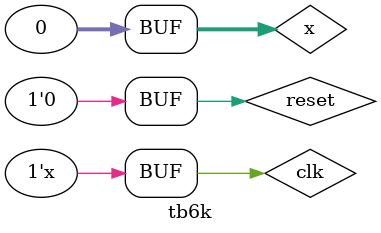
<source format=v>
`timescale 1ns / 1ps


////////////////////////////////////////////////////////////////////////////////
////////////////////////////////////////////////////////////////////////////////

// Tests the pipelined_iir module for low frequency sinusoidal signal of 6kHz
// The bandstop filter should block this signal
module tb6k;

	// Inputs
	reg clk, reset;
	reg signed [31:0] x;

	// Outputs
	wire signed [31:0] y;

	// Instantiate the Unit Under Test (UUT)
	pipelined_iir uut (
		.clk(clk), 
		.reset(reset),
		.x(x), 
		.y(y)
	);

	// Generate clock with 100ns period
	initial clk = 0;
	always #50 clk = ~clk;

	// Initialize and pass sinusoidal input data of 6kHz with sampling frequency of 48kHz
	// A = [1048576, -8218189, 32107544, -81217352, 147076592, -199990256, 208937824, -168854944, 104844152, -48879952, 16314139, -3525584, 379931]
	// B = [631178, -5401947, 23050644, -63646908, 125716872, -186294288, 211911376, -186294288, 125716872, -63646908, 23050644, -5401947, 631178]
	
	initial begin
		x = 0; reset = 1; clk = 0; #100;
		reset = 1; #200;
		reset = 0; 
		x = 741455; #100;
		x = 1048576; #100;
		x = 741455; #100;
		x = 0; #100;
		x = -741455; #100;
		x = -1048576; #100;
		x = -741455; #100;
		x = 0; #100;
		x = 741455; #100;
		x = 1048576; #100;
		x = 741455; #100;
		x = 0; #100;
		x = -741455; #100;
		x = -1048576; #100;
		x = -741455; #100;
		x = 0; #100;
		x = 741455; #100;
		x = 1048576; #100;
		x = 741455; #100;
		x = 0; #100;
		x = -741455; #100;
		x = -1048576; #100;
		x = -741455; #100;
		x = 0; #100;
		x = 741455; #100;
		x = 1048576; #100;
		x = 741455; #100;
		x = 0; #100;
		x = -741455; #100;
		x = -1048576; #100;
		x = -741455; #100;
		x = 0; #100;
		x = 741455; #100;
		x = 1048576; #100;
		x = 741455; #100;
		x = 0; #100;
		x = -741455; #100;
		x = -1048576; #100;
		x = -741455; #100;
		x = 0; #100;
		x = 741455; #100;
		x = 1048576; #100;
		x = 741455; #100;
		x = 0; #100;
		x = -741455; #100;
		x = -1048576; #100;
		x = -741455; #100;
		x = 0; #100;
		x = 741455; #100;
		x = 1048576; #100;
		x = 741455; #100;
		x = 0; #100;
		x = -741455; #100;
		x = -1048576; #100;
		x = -741455; #100;
		x = 0; #100;
		x = 741455; #100;
		x = 1048576; #100;
		x = 741455; #100;
		x = 0; #100;
		x = -741455; #100;
		x = -1048576; #100;
		x = -741455; #100;
		x = 0; #100;
		x = 741455; #100;
		x = 1048576; #100;
		x = 741455; #100;
		x = 0; #100;
		x = -741455; #100;
		x = -1048576; #100;
		x = -741455; #100;
		x = 0; #100;
		x = 741455; #100;
		x = 1048576; #100;
		x = 741455; #100;
		x = 0; #100;
		x = -741455; #100;
		x = -1048576; #100;
		x = -741455; #100;
		x = 0; #100;
		x = 741455; #100;
		x = 1048576; #100;
		x = 741455; #100;
		x = 0; #100;
		x = -741455; #100;
		x = -1048576; #100;
		x = -741455; #100;
		x = 0; #100;
		x = 741455; #100;
		x = 1048576; #100;
		x = 741455; #100;
		x = 0; #100;
		x = -741455; #100;
		x = -1048576; #100;
		x = -741455; #100;
		x = 0; #100;
		x = 741455; #100;
		x = 1048576; #100;
		x = 741455; #100;
		x = 0; #100;
		x = -741455; #100;
		x = -1048576; #100;
		x = -741455; #100;
		x = 0; #100;
		x = 741455; #100;
		x = 1048576; #100;
		x = 741455; #100;
		x = 0; #100;
		x = -741455; #100;
		x = -1048576; #100;
		x = -741455; #100;
		x = 0; #100;
		x = 741455; #100;
		x = 1048576; #100;
		x = 741455; #100;
		x = 0; #100;
		x = -741455; #100;
		x = -1048576; #100;
		x = -741455; #100;
		x = 0; #100;
		x = 741455; #100;
		x = 1048576; #100;
		x = 741455; #100;
		x = 0; #100;
		x = -741455; #100;
		x = -1048576; #100;
		x = -741455; #100;
		x = 0; #100;
		x = 741455; #100;
		x = 1048576; #100;
		x = 741455; #100;
		x = 0; #100;
		x = -741455; #100;
		x = -1048576; #100;
		x = -741455; #100;
		x = 0; #100;
		x = 741455; #100;
		x = 1048576; #100;
		x = 741455; #100;
		x = 0; #100;
		x = -741455; #100;
		x = -1048576; #100;
		x = -741455; #100;
		x = 0; #100;
		x = 741455; #100;
		x = 1048576; #100;
		x = 741455; #100;
		x = 0; #100;
		x = -741455; #100;
		x = -1048576; #100;
		x = -741455; #100;
		x = 0; #100;
		x = 741455; #100;
		x = 1048576; #100;
		x = 741455; #100;
		x = 0; #100;
		x = -741455; #100;
		x = -1048576; #100;
		x = -741455; #100;
		x = 0; #100;
		x = 741455; #100;
		x = 1048576; #100;
		x = 741455; #100;
		x = 0; #100;
		x = -741455; #100;
		x = -1048576; #100;
		x = -741455; #100;
		x = 0; #100;
		x = 741455; #100;
		x = 1048576; #100;
		x = 741455; #100;
		x = 0; #100;
		x = -741455; #100;
		x = -1048576; #100;
		x = -741455; #100;
		x = 0; #100;
		x = 741455; #100;
		x = 1048576; #100;
		x = 741455; #100;
		x = 0; #100;
		x = -741455; #100;
		x = -1048576; #100;
		x = -741455; #100;
		x = 0; #100;
		x = 741455; #100;
		x = 1048576; #100;
		x = 741455; #100;
		x = 0; #100;
		x = -741455; #100;
		x = -1048576; #100;
		x = -741455; #100;
		x = 0; #100;
		x = 741455; #100;
		x = 1048576; #100;
		x = 741455; #100;
		x = 0; #100;
		x = -741455; #100;
		x = -1048576; #100;
		x = -741455; #100;
		x = 0; #100;
		x = 741455; #100;
		x = 1048576; #100;
		x = 741455; #100;
		x = 0; #100;
		x = -741455; #100;
		x = -1048576; #100;
		x = -741455; #100;
		x = 0; #100;
		x = 741455; #100;
		x = 1048576; #100;
		x = 741455; #100;
		x = 0; #100;
		x = -741455; #100;
		x = -1048576; #100;
		x = -741455; #100;
		x = 0; #100;
		x = 741455; #100;
		x = 1048576; #100;
		x = 741455; #100;
		x = 0; #100;
		x = -741455; #100;
		x = -1048576; #100;
		x = -741455; #100;
		x = 0; #100;
		x = 741455; #100;
		x = 1048576; #100;
		x = 741455; #100;
		x = 0; #100;
		x = -741455; #100;
		x = -1048576; #100;
		x = -741455; #100;
		x = 0; #100;
		x = 741455; #100;
		x = 1048576; #100;
		x = 741455; #100;
		x = 0; #100;
		x = -741455; #100;
		x = -1048576; #100;
		x = -741455; #100;
		x = 0; #100;
		x = 741455; #100;
		x = 1048576; #100;
		x = 741455; #100;
		x = 0; #100;
		x = -741455; #100;
		x = -1048576; #100;
		x = -741455; #100;
		x = 0; #100;
		x = 741455; #100;
		x = 1048576; #100;
		x = 741455; #100;
		x = 0; #100;
		x = -741455; #100;
		x = -1048576; #100;
		x = -741455; #100;
		x = 0; #100;
		x = 741455; #100;
		x = 1048576; #100;
		x = 741455; #100;
		x = 0; #100;
		x = -741455; #100;
		x = -1048576; #100;
		x = -741455; #100;
		x = 0; #100;
		x = 741455; #100;
		x = 1048576; #100;
		x = 741455; #100;
		x = 0; #100;
		x = -741455; #100;
		x = -1048576; #100;
		x = -741455; #100;
		x = 0; #100;
		x = 741455; #100;
		x = 1048576; #100;
		x = 741455; #100;
		x = 0; #100;
		x = -741455; #100;
		x = -1048576; #100;
		x = -741455; #100;
		x = 0; #100;
		x = 741455; #100;
		x = 1048576; #100;
		x = 741455; #100;
		x = 0; #100;
		x = -741455; #100;
		x = -1048576; #100;
		x = -741455; #100;
		x = 0; #100;
		x = 741455; #100;
		x = 1048576; #100;
		x = 741455; #100;
		x = 0; #100;
		x = -741455; #100;
		x = -1048576; #100;
		x = -741455; #100;
		x = 0; #100;
		x = 741455; #100;
		x = 1048576; #100;
		x = 741455; #100;
		x = 0; #100;
		x = -741455; #100;
		x = -1048576; #100;
		x = -741455; #100;
		x = 0; #100;
		x = 741455; #100;
		x = 1048576; #100;
		x = 741455; #100;
		x = 0; #100;
		x = -741455; #100;
		x = -1048576; #100;
		x = -741455; #100;
		x = 0; #100;
		x = 741455; #100;
		x = 1048576; #100;
		x = 741455; #100;
		x = 0; #100;
		x = -741455; #100;
		x = -1048576; #100;
		x = -741455; #100;
		x = 0; #100;
		x = 741455; #100;
		x = 1048576; #100;
		x = 741455; #100;
		x = 0; #100;
		x = -741455; #100;
		x = -1048576; #100;
		x = -741455; #100;
		x = 0; #100;
		x = 741455; #100;
		x = 1048576; #100;
		x = 741455; #100;
		x = 0; #100;
		x = -741455; #100;
		x = -1048576; #100;
		x = -741455; #100;
		x = 0; #100;
		x = 741455; #100;
		x = 1048576; #100;
		x = 741455; #100;
		x = 0; #100;
		x = -741455; #100;
		x = -1048576; #100;
		x = -741455; #100;
		x = 0; #100;
		x = 741455; #100;
		x = 1048576; #100;
		x = 741455; #100;
		x = 0; #100;
		x = -741455; #100;
		x = -1048576; #100;
		x = -741455; #100;
		x = 0; #100;
		x = 741455; #100;
		x = 1048576; #100;
		x = 741455; #100;
		x = 0; #100;
		x = -741455; #100;
		x = -1048576; #100;
		x = -741455; #100;
		x = 0; #100;
		x = 741455; #100;
		x = 1048576; #100;
		x = 741455; #100;
		x = 0; #100;
		x = -741455; #100;
		x = -1048576; #100;
		x = -741455; #100;
		x = 0; #100;
		x = 741455; #100;
		x = 1048576; #100;
		x = 741455; #100;
		x = 0; #100;
		x = -741455; #100;
		x = -1048576; #100;
		x = -741455; #100;
		x = 0; #100;
		x = 741455; #100;
		x = 1048576; #100;
		x = 741455; #100;
		x = 0; #100;
		x = -741455; #100;
		x = -1048576; #100;
		x = -741455; #100;
		x = 0; #100;
		x = 741455; #100;
		x = 1048576; #100;
		x = 741455; #100;
		x = 0; #100;
		x = -741455; #100;
		x = -1048576; #100;
		x = -741455; #100;
		x = 0; #100;
		x = 741455; #100;
		x = 1048576; #100;
		x = 741455; #100;
		x = 0; #100;
		x = -741455; #100;
		x = -1048576; #100;
		x = -741455; #100;
		x = 0; #100;
			x = 741455; #100;
		x = 1048576; #100;
		x = 741455; #100;
		x = 0; #100;
		x = -741455; #100;
		x = -1048576; #100;
		x = -741455; #100;
		x = 0; #100;
		x = 741455; #100;
		x = 1048576; #100;
		x = 741455; #100;
		x = 0; #100;
		x = -741455; #100;
		x = -1048576; #100;
		x = -741455; #100;
		x = 0; #100;
		x = 741455; #100;
		x = 1048576; #100;
		x = 741455; #100;
		x = 0; #100;
		x = -741455; #100;
		x = -1048576; #100;
		x = -741455; #100;
		x = 0; #100;
		x = 741455; #100;
		x = 1048576; #100;
		x = 741455; #100;
		x = 0; #100;
		x = -741455; #100;
		x = -1048576; #100;
		x = -741455; #100;
		x = 0; #100;
		x = 741455; #100;
		x = 1048576; #100;
		x = 741455; #100;
		x = 0; #100;
		x = -741455; #100;
		x = -1048576; #100;
		x = -741455; #100;
		x = 0; #100;
		x = 741455; #100;
		x = 1048576; #100;
		x = 741455; #100;
		x = 0; #100;
		x = -741455; #100;
		x = -1048576; #100;
		x = -741455; #100;
		x = 0; #100;
		x = 741455; #100;
		x = 1048576; #100;
		x = 741455; #100;
		x = 0; #100;
		x = -741455; #100;
		x = -1048576; #100;
		x = -741455; #100;
		x = 0; #100;
		x = 741455; #100;
		x = 1048576; #100;
		x = 741455; #100;
		x = 0; #100;
		x = -741455; #100;
		x = -1048576; #100;
		x = -741455; #100;
		x = 0; #100;
		x = 741455; #100;
		x = 1048576; #100;
		x = 741455; #100;
		x = 0; #100;
		x = -741455; #100;
		x = -1048576; #100;
		x = -741455; #100;
		x = 0; #100;
		x = 741455; #100;
		x = 1048576; #100;
		x = 741455; #100;
		x = 0; #100;
		x = -741455; #100;
		x = -1048576; #100;
		x = -741455; #100;
		x = 0; #100;
		x = 741455; #100;
		x = 1048576; #100;
		x = 741455; #100;
		x = 0; #100;
		x = -741455; #100;
		x = -1048576; #100;
		x = -741455; #100;
		x = 0; #100;
		x = 741455; #100;
		x = 1048576; #100;
		x = 741455; #100;
		x = 0; #100;
		x = -741455; #100;
		x = -1048576; #100;
		x = -741455; #100;
		x = 0; #100;
		x = 741455; #100;
		x = 1048576; #100;
		x = 741455; #100;
		x = 0; #100;
		x = -741455; #100;
		x = -1048576; #100;
		x = -741455; #100;
		x = 0; #100;
		x = 741455; #100;
		x = 1048576; #100;
		x = 741455; #100;
		x = 0; #100;
		x = -741455; #100;
		x = -1048576; #100;
		x = -741455; #100;
		x = 0; #100;
		x = 741455; #100;
		x = 1048576; #100;
		x = 741455; #100;
		x = 0; #100;
		x = -741455; #100;
		x = -1048576; #100;
		x = -741455; #100;
		x = 0; #100;
		x = 741455; #100;
		x = 1048576; #100;
		x = 741455; #100;
		x = 0; #100;
		x = -741455; #100;
		x = -1048576; #100;
		x = -741455; #100;
		x = 0; #100;
		x = 741455; #100;
		x = 1048576; #100;
		x = 741455; #100;
		x = 0; #100;
		x = -741455; #100;
		x = -1048576; #100;
		x = -741455; #100;
		x = 0; #100;
		x = 741455; #100;
		x = 1048576; #100;
		x = 741455; #100;
		x = 0; #100;
		x = -741455; #100;
		x = -1048576; #100;
		x = -741455; #100;
		x = 0; #100;
		x = 741455; #100;
		x = 1048576; #100;
		x = 741455; #100;
		x = 0; #100;
		x = -741455; #100;
		x = -1048576; #100;
		x = -741455; #100;
		x = 0; #100;
		x = 741455; #100;
		x = 1048576; #100;
		x = 741455; #100;
		x = 0; #100;
		x = -741455; #100;
		x = -1048576; #100;
		x = -741455; #100;
		x = 0; #100;
		x = 741455; #100;
		x = 1048576; #100;
		x = 741455; #100;
		x = 0; #100;
		x = -741455; #100;
		x = -1048576; #100;
		x = -741455; #100;
		x = 0; #100;
		x = 741455; #100;
		x = 1048576; #100;
		x = 741455; #100;
		x = 0; #100;
		x = -741455; #100;
		x = -1048576; #100;
		x = -741455; #100;
		x = 0; #100;
		x = 741455; #100;
		x = 1048576; #100;
		x = 741455; #100;
		x = 0; #100;
		x = -741455; #100;
		x = -1048576; #100;
		x = -741455; #100;
		x = 0; #100;
		x = 741455; #100;
		x = 1048576; #100;
		x = 741455; #100;
		x = 0; #100;
		x = -741455; #100;
		x = -1048576; #100;
		x = -741455; #100;
		x = 0; #100;
		x = 741455; #100;
		x = 1048576; #100;
		x = 741455; #100;
		x = 0; #100;
		x = -741455; #100;
		x = -1048576; #100;
		x = -741455; #100;
		x = 0; #100;

	end
      
endmodule
</source>
